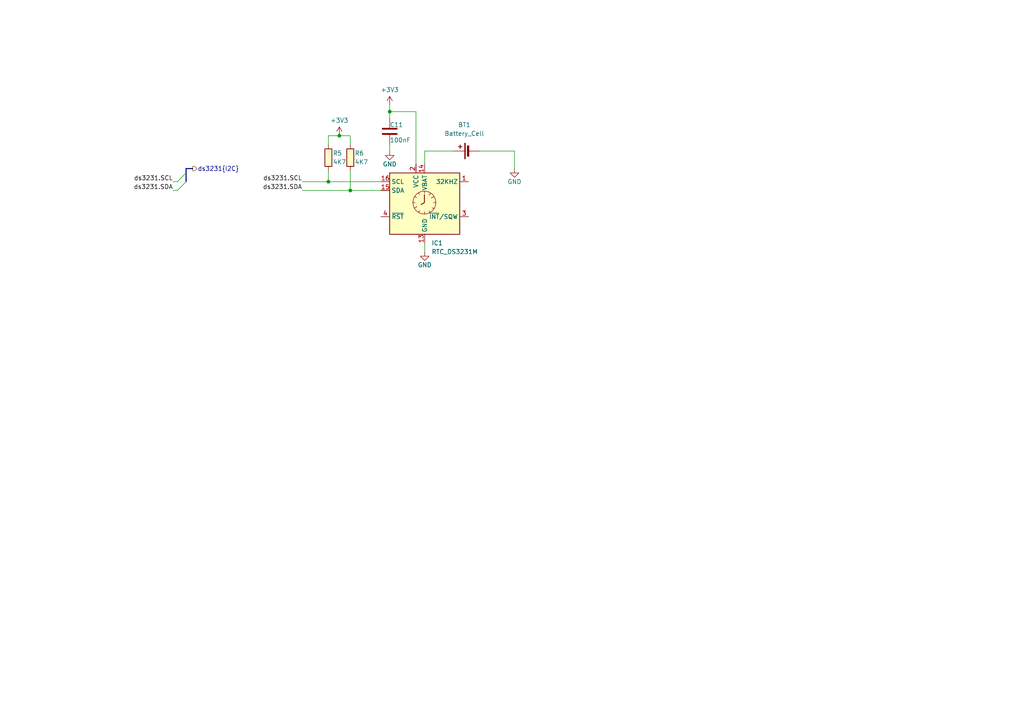
<source format=kicad_sch>
(kicad_sch (version 20230121) (generator eeschema)
  (paper "A4")
  (lib_symbols
    (symbol "Device:Battery_Cell" (pin_numbers hide) (pin_names (offset 0) hide)
      (property "Reference" "BT" (at 2.54 2.54 0))
      (property "Value" "Battery_Cell" (at 2.54 0 0))
      (symbol "Battery_Cell_0_1"
        (rectangle (start -2.286 1.778) (end 2.286 1.524) (fill (type outline)))
        (rectangle (start -1.524 1.016) (end 1.524 0.508) (fill (type outline)))
        (polyline (pts (xy 0 0.762) (xy 0 0)))
        (polyline (pts (xy 0 1.778) (xy 0 2.54)))
        (polyline (pts (xy 0.762 3.048) (xy 1.778 3.048)) (stroke (width 0.254)))
        (polyline (pts (xy 1.27 3.556) (xy 1.27 2.54)) (stroke (width 0.254)))
      )
      (symbol "Battery_Cell_1_1"
        (pin passive line (at 0 5.08 270) (length 2.54) (name "+") (number "1"))
        (pin passive line (at 0 -2.54 90) (length 2.54) (name "-") (number "2"))
      )
    )
    (symbol "IVS_SYMBOLS:C" (pin_numbers hide) (pin_names (offset 0.254))
      (property "Reference" "C" (at 0.635 2.54 0))
      (property "Value" "C" (at 0.635 -2.54 0))
      (symbol "C_0_1"
        (polyline (pts (xy -2.032 -0.762) (xy 2.032 -0.762)) (stroke (width 0.508)))
        (polyline (pts (xy -2.032 0.762) (xy 2.032 0.762)) (stroke (width 0.508)))
      )
      (symbol "C_1_1"
        (pin passive line (at 0 3.81 270) (length 2.794) (name "~") (number "1"))
        (pin passive line (at 0 -3.81 90) (length 2.794) (name "~") (number "2"))
      )
    )
    (symbol "IVS_SYMBOLS:R" (pin_numbers hide) (pin_names (offset 0))
      (property "Reference" "R" (at 2.032 0 90))
      (property "Value" "R" (at 0 0 90))
      (symbol "R_1_1"
        (rectangle (start -1.016 2.54) (end 1.016 -2.54) (stroke (width 0.254)) (fill (type background)))
        (pin passive line (at 0 3.81 270) (length 1.27) (name "~") (number "1"))
        (pin passive line (at 0 -3.81 90) (length 1.27) (name "~") (number "2"))
      )
    )
    (symbol "IVS_SYMBOLS:RTC_DS3231M"
      (property "Reference" "IC" (at -7.62 8.89 0))
      (property "Value" "RTC_DS3231M" (at 6.985 -20.955 0))
      (symbol "RTC_DS3231M_0_1"
        (rectangle (start -10.16 7.62) (end 10.16 -10.16) (stroke (width 0.254)) (fill (type background)))
        (circle (center -0.1016 -0.9652) (radius 3.316))
        (polyline (pts (xy -3.4544 -0.9652) (xy -2.794 -0.9652)))
        (polyline (pts (xy -2.9972 -2.54) (xy -2.2352 -2.1336)))
        (polyline (pts (xy -2.8956 0.8128) (xy -2.3876 0.4572)))
        (polyline (pts (xy -1.8288 -3.7592) (xy -1.4732 -3.302)))
        (polyline (pts (xy -1.8288 1.8288) (xy -1.524 1.3716)))
        (polyline (pts (xy -0.1016 2.3368) (xy -0.1016 1.7272)))
        (polyline (pts (xy -0.0508 -3.6068) (xy -0.0508 -4.2672)))
        (polyline (pts (xy 1.2192 -3.3528) (xy 1.524 -3.81)))
        (polyline (pts (xy 1.27 1.1684) (xy 1.6764 1.7272)))
        (polyline (pts (xy 1.8796 0.3556) (xy 2.6416 0.762)))
        (polyline (pts (xy 2.1336 -2.4892) (xy 2.6924 -2.7432)))
        (polyline (pts (xy 2.54 -0.9652) (xy 3.2004 -0.9652)))
        (polyline (pts (xy -0.1016 1.3208) (xy -0.1016 -0.9652) (xy -1.0668 -1.524)) (stroke (width 0.254)))
      )
      (symbol "RTC_DS3231M_1_1"
        (pin open_collector line (at 12.7 5.08 180) (length 2.54) (name "32KHZ") (number "1"))
        (pin passive line (at 0 -12.7 90) (length 2.54) hide (name "GND") (number "10"))
        (pin passive line (at 0 -12.7 90) (length 2.54) hide (name "GND") (number "11"))
        (pin passive line (at 0 -12.7 90) (length 2.54) hide (name "GND") (number "12"))
        (pin power_in line (at 0 -12.7 90) (length 2.54) (name "GND") (number "13"))
        (pin power_in line (at 0 10.16 270) (length 2.54) (name "VBAT") (number "14"))
        (pin bidirectional line (at -12.7 2.54 0) (length 2.54) (name "SDA") (number "15"))
        (pin input line (at -12.7 5.08 0) (length 2.54) (name "SCL") (number "16"))
        (pin power_in line (at -2.54 10.16 270) (length 2.54) (name "VCC") (number "2"))
        (pin open_collector line (at 12.7 -5.08 180) (length 2.54) (name "~{INT}/SQW") (number "3"))
        (pin bidirectional line (at -12.7 -5.08 0) (length 2.54) (name "~{RST}") (number "4"))
        (pin passive line (at 0 -12.7 90) (length 2.54) hide (name "GND") (number "5"))
        (pin passive line (at 0 -12.7 90) (length 2.54) hide (name "GND") (number "6"))
        (pin passive line (at 0 -12.7 90) (length 2.54) hide (name "GND") (number "7"))
        (pin passive line (at 0 -12.7 90) (length 2.54) hide (name "GND") (number "8"))
        (pin passive line (at 0 -12.7 90) (length 2.54) hide (name "GND") (number "9"))
      )
    )
    (symbol "power:+3V3" (power) (pin_names (offset 0))
      (property "Value" "+3V3" (at 0 3.556 0))
      (symbol "+3V3_0_1"
        (polyline (pts (xy -0.762 1.27) (xy 0 2.54)))
        (polyline (pts (xy 0 0) (xy 0 2.54)))
        (polyline (pts (xy 0 2.54) (xy 0.762 1.27)))
      )
      (symbol "+3V3_1_1"
        (pin power_in line (at 0 0 90) (length 0) hide (name "+3V3") (number "1"))
      )
    )
    (symbol "power:GND" (power) (pin_names (offset 0))
      (property "Value" "GND" (at 0 -3.81 0))
      (symbol "GND_0_1"
        (polyline (pts (xy 0 0) (xy 0 -1.27) (xy 1.27 -1.27) (xy 0 -2.54) (xy -1.27 -1.27) (xy 0 -1.27)))
      )
      (symbol "GND_1_1"
        (pin power_in line (at 0 0 270) (length 0) hide (name "GND") (number "1"))
      )
    )
  )
  (junction (at 101.6 55.245))
  (junction (at 98.425 39.37))
  (junction (at 95.25 52.705))
  (junction (at 113.03 32.385))
  (bus_entry (at 51.435 55.245) (size 2.54 -2.54))
  (bus_entry (at 51.435 52.705) (size 2.54 -2.54))
  (wire (pts (xy 95.25 52.705) (xy 110.49 52.705)))
  (wire (pts (xy 95.25 41.91) (xy 95.25 39.37)))
  (wire (pts (xy 50.165 52.705) (xy 51.435 52.705)))
  (wire (pts (xy 101.6 55.245) (xy 110.49 55.245)))
  (bus (pts (xy 53.975 50.165) (xy 53.975 52.705)))
  (wire (pts (xy 113.03 30.48) (xy 113.03 32.385)))
  (wire (pts (xy 101.6 41.91) (xy 101.6 39.37)))
  (wire (pts (xy 87.63 52.705) (xy 95.25 52.705)))
  (wire (pts (xy 113.03 32.385) (xy 120.65 32.385)))
  (bus (pts (xy 53.975 48.895) (xy 55.88 48.895)))
  (wire (pts (xy 120.65 47.625) (xy 120.65 32.385)))
  (wire (pts (xy 123.19 47.625) (xy 123.19 43.815)))
  (bus (pts (xy 53.975 48.895) (xy 53.975 50.165)))
  (wire (pts (xy 149.225 43.815) (xy 149.225 48.895)))
  (wire (pts (xy 95.25 49.53) (xy 95.25 52.705)))
  (wire (pts (xy 50.165 55.245) (xy 51.435 55.245)))
  (wire (pts (xy 123.19 70.485) (xy 123.19 73.025)))
  (wire (pts (xy 113.03 32.385) (xy 113.03 34.29)))
  (wire (pts (xy 101.6 49.53) (xy 101.6 55.245)))
  (wire (pts (xy 95.25 39.37) (xy 98.425 39.37)))
  (wire (pts (xy 87.63 55.245) (xy 101.6 55.245)))
  (wire (pts (xy 113.03 41.91) (xy 113.03 43.815)))
  (wire (pts (xy 139.065 43.815) (xy 149.225 43.815)))
  (wire (pts (xy 101.6 39.37) (xy 98.425 39.37)))
  (wire (pts (xy 123.19 43.815) (xy 131.445 43.815)))
  (label "ds3231.SCL" (at 87.63 52.705 180))
  (label "ds3231.SDA" (at 50.165 55.245 180))
  (label "ds3231.SDA" (at 87.63 55.245 180))
  (label "ds3231.SCL" (at 50.165 52.705 180))
  (hierarchical_label "ds3231{I2C}" (shape output) (at 55.88 48.895 0))
  (symbol (lib_id "IVS_SYMBOLS:C") (at 113.03 38.1 0) (unit 1)
    (property "Reference" "C11" (at 113.03 36.195 0) (effects (justify left)))
    (property "Value" "100nF" (at 113.03 40.64 0) (effects (justify left)))
    (property "Footprint" "IVS_FOOTPRINTS:C_0603" (effects hide))
    (instances (project "KingPump" (path "" (reference "C11") (unit 1))) (project "Begin" (path "" (reference "C7") (unit 1)) (path "" (reference "C11") (unit 1)) (path "" (reference "C13") (unit 1))))
  )
  (symbol (lib_id "power:GND") (at 113.03 43.815 0) (unit 1)
    (property "Reference" "#PWR016" (effects hide))
    (property "Value" "GND" (at 113.03 47.625 0))
    (instances (project "KingPump" (path "" (reference "#PWR016") (unit 1))) (project "Begin" (path "" (reference "#PWR022") (unit 1)) (path "" (reference "#PWR025") (unit 1))))
  )
  (symbol (lib_id "IVS_SYMBOLS:R") (at 95.25 45.72 0) (unit 1)
    (property "Reference" "R5" (at 96.52 44.45 0) (effects (justify left)))
    (property "Value" "4K7" (at 96.52 46.99 0) (effects (justify left)))
    (property "Footprint" "IVS_FOOTPRINTS:R0603" (effects hide))
    (instances (project "KingPump" (path "" (reference "R5") (unit 1))) (project "Begin" (path "" (reference "R3") (unit 1)) (path "" (reference "R11") (unit 1))))
  )
  (symbol (lib_id "Device:Battery_Cell") (at 136.525 43.815 90) (unit 1)
    (property "Reference" "BT1" (at 134.6835 36.195 90))
    (property "Value" "Battery_Cell" (at 134.6835 38.735 90))
    (property "Footprint" "IVS_FOOTPRINTS:BatteryHolder_CR1220" (effects hide))
  )
  (symbol (lib_id "IVS_SYMBOLS:RTC_DS3231M") (at 123.19 57.785 0) (unit 1)
    (property "Reference" "IC1" (at 125.1459 70.485 0) (effects (justify left)))
    (property "Value" "RTC_DS3231M" (at 125.1459 73.025 0) (effects (justify left)))
    (property "Footprint" "Package_SO:SOIC-16W_7.5x10.3mm_P1.27mm" (effects hide))
    (property "Datasheet" "http://datasheets.maximintegrated.com/en/ds/DS3231.pdf" (effects hide))
    (property "Thegioiic_Buylink" "https://www.thegioiic.com/ds3231sn-ic-rtc-clock-calendar-16-soic" (effects hide))
    (property "ICDAYROI_Buylink" "https://icdayroi.com/ds3231n" (effects hide))
    (property "Digikey_Buylink" "https://www.digikey.com/en/products/detail/analog-devices-inc-maxim-integrated/DS3231M-TRL/2402421" (effects hide))
  )
  (symbol (lib_id "power:+3V3") (at 98.425 39.37 0) (unit 1)
    (property "Reference" "#PWR014" (effects hide))
    (property "Value" "+3V3" (at 98.425 34.925 0))
    (instances (project "KingPump" (path "" (reference "#PWR014") (unit 1))) (project "Begin" (path "" (reference "#PWR02") (unit 1)) (path "" (reference "#PWR027") (unit 1))))
  )
  (symbol (lib_id "power:GND") (at 149.225 48.895 0) (unit 1)
    (property "Reference" "#PWR018" (effects hide))
    (property "Value" "GND" (at 149.225 52.705 0))
    (instances (project "KingPump" (path "" (reference "#PWR018") (unit 1))) (project "Begin" (path "" (reference "#PWR022") (unit 1)) (path "" (reference "#PWR024") (unit 1))))
  )
  (symbol (lib_id "power:GND") (at 123.19 73.025 0) (unit 1)
    (property "Reference" "#PWR017" (effects hide))
    (property "Value" "GND" (at 123.19 76.835 0))
    (instances (project "KingPump" (path "" (reference "#PWR017") (unit 1))) (project "Begin" (path "" (reference "#PWR022") (unit 1)) (path "" (reference "#PWR028") (unit 1))))
  )
  (symbol (lib_id "power:+3V3") (at 113.03 30.48 0) (unit 1)
    (property "Reference" "#PWR015" (effects hide))
    (property "Value" "+3V3" (at 113.03 26.035 0))
    (instances (project "KingPump" (path "" (reference "#PWR015") (unit 1))) (project "Begin" (path "" (reference "#PWR02") (unit 1)) (path "" (reference "#PWR026") (unit 1))))
  )
  (symbol (lib_id "IVS_SYMBOLS:R") (at 101.6 45.72 0) (unit 1)
    (property "Reference" "R6" (at 102.87 44.45 0) (effects (justify left)))
    (property "Value" "4K7" (at 102.87 46.99 0) (effects (justify left)))
    (property "Footprint" "IVS_FOOTPRINTS:R0603" (effects hide))
    (instances (project "KingPump" (path "" (reference "R6") (unit 1))) (project "Begin" (path "" (reference "R4") (unit 1)) (path "" (reference "R12") (unit 1))))
  )
)
</source>
